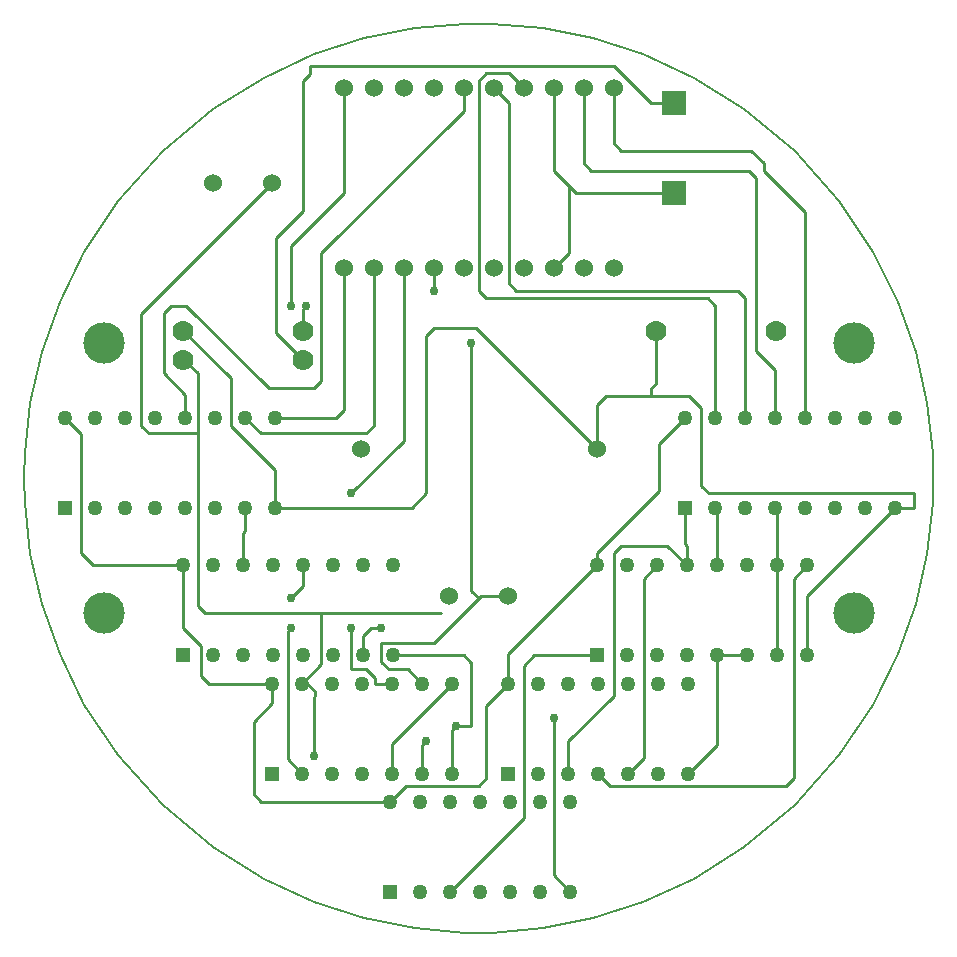
<source format=gbr>
G04 PROTEUS GERBER X2 FILE*
%TF.GenerationSoftware,Labcenter,Proteus,8.13-SP0-Build31525*%
%TF.CreationDate,2022-10-12T09:32:55+00:00*%
%TF.FileFunction,Copper,L2,Bot*%
%TF.FilePolarity,Positive*%
%TF.Part,Single*%
%TF.SameCoordinates,{96deeafe-a607-4606-be7e-3443a3b47cd9}*%
%FSLAX45Y45*%
%MOMM*%
G01*
%TA.AperFunction,Conductor*%
%ADD10C,0.254000*%
%TA.AperFunction,ViaPad*%
%ADD11C,0.762000*%
%TA.AperFunction,ComponentPad*%
%ADD12C,1.524000*%
%TA.AperFunction,ComponentPad*%
%ADD13C,1.778000*%
%TA.AperFunction,ComponentPad*%
%ADD14R,1.270000X1.270000*%
%ADD15C,1.270000*%
%TA.AperFunction,OtherPad,Unknown*%
%ADD16C,3.500000*%
%TA.AperFunction,ComponentPad*%
%ADD17R,2.032000X2.032000*%
%TA.AperFunction,Profile*%
%ADD18C,0.203110*%
%TD.AperFunction*%
D10*
X-2484000Y+512000D02*
X-2484000Y+706000D01*
X-2667000Y+889000D01*
X-2667000Y+1397000D01*
X-2603500Y+1460500D01*
X-2476500Y+1460500D01*
X-1778000Y+762000D01*
X-1397000Y+762000D01*
X-1333500Y+825500D01*
X-1333500Y+1905000D01*
X-127000Y+3111500D01*
X-127000Y+3302000D01*
X-381000Y+1587500D02*
X-381000Y+1778000D01*
X-1976000Y+512000D02*
X-1845000Y+381000D01*
X-952500Y+381000D01*
X-889000Y+444500D01*
X-889000Y+1778000D01*
X-1722000Y+512000D02*
X-1206500Y+512000D01*
X-1143000Y+575500D01*
X-1143000Y+1778000D01*
X-1587500Y+1460500D02*
X-1587500Y+1968500D01*
X-1143000Y+2413000D01*
X-1143000Y+3302000D01*
X+635000Y+3302000D02*
X+635000Y+2603500D01*
X+762000Y+2476500D01*
X+635000Y+1778000D02*
X+762000Y+1905000D01*
X+762000Y+2476500D01*
X+1651000Y+2413000D02*
X+825500Y+2413000D01*
X+762000Y+2476500D01*
X-635000Y+1778000D02*
X-635000Y+317500D01*
X-1079500Y-127000D01*
X-734000Y-1738000D02*
X-881349Y-1738000D01*
X-881349Y-1690151D01*
X-952500Y-1619000D01*
X-1079500Y-1619000D01*
X-1079500Y-1270000D01*
X+1508000Y-738000D02*
X+1397000Y-849000D01*
X+1397000Y-2369000D01*
X+1266000Y-2500000D01*
X+2512000Y+512000D02*
X+2512000Y+917000D01*
X+2349500Y+1079500D01*
X+2349500Y+2540000D01*
X+2286000Y+2603500D01*
X+952500Y+2603500D01*
X+889000Y+2667000D01*
X+889000Y+3302000D01*
X+1762000Y-738000D02*
X+1595500Y-571500D01*
X+1206500Y-571500D01*
X+1143000Y-635000D01*
X+1143000Y-1841500D01*
X+758000Y-2226500D01*
X+758000Y-2500000D01*
X+1762000Y-738000D02*
X+1762000Y-571500D01*
X+1750000Y-559500D01*
X+1750000Y-250000D01*
X+2766000Y+512000D02*
X+2766000Y+2250500D01*
X+2413000Y+2603500D01*
X+2413000Y+2667000D01*
X+2307693Y+2772307D01*
X+1206500Y+2772307D01*
X+1143000Y+2835807D01*
X+1143000Y+3302000D01*
X+2016000Y-738000D02*
X+2016000Y-262000D01*
X+2004000Y-250000D01*
X+571500Y+3492500D02*
X+1143000Y+3492500D01*
X+1460500Y+3175000D01*
X+1651000Y+3175000D01*
X+2512000Y-250000D02*
X+2524000Y-262000D01*
X+2524000Y-738000D01*
X-1484000Y+1000000D02*
X-1714500Y+1230500D01*
X-1714500Y+2032000D01*
X-1484000Y+2262500D01*
X-1484000Y+2667000D01*
X+2524000Y-1500000D02*
X+2524000Y-738000D01*
X-1484000Y+2667000D02*
X-1484000Y+3365500D01*
X-1428500Y+3421000D01*
X-1428500Y+3492500D01*
X+571500Y+3492500D01*
X+2004000Y+512000D02*
X+2004000Y+1460500D01*
X+1940500Y+1524000D01*
X+63500Y+1524000D01*
X+0Y+1587500D01*
X+0Y+3365500D01*
X+63500Y+3429000D01*
X+254000Y+3429000D01*
X+381000Y+3302000D01*
X+2258000Y+512000D02*
X+2258000Y+1524000D01*
X+2194500Y+1587500D01*
X+317500Y+1587500D01*
X+254000Y+1651000D01*
X+254000Y+3175000D01*
X+127000Y+3302000D01*
X-1992000Y-738000D02*
X-1992000Y-460500D01*
X-1976000Y-444500D01*
X-1976000Y-250000D01*
X-1587500Y-1270000D02*
X-1617000Y-1299500D01*
X-1617000Y-2379000D01*
X-1496000Y-2500000D01*
X-1484000Y-738000D02*
X-1484000Y-912500D01*
X-1587500Y-1016000D01*
X-444500Y-2222500D02*
X-480000Y-2258000D01*
X-480000Y-2500000D01*
X+1012000Y-2500000D02*
X+1115500Y-2603500D01*
X+2603500Y-2603500D01*
X+2667000Y-2540000D01*
X+2667000Y-849000D01*
X+2778000Y-738000D01*
X+1000000Y-1500000D02*
X+468500Y-1500000D01*
X+381000Y-1587500D01*
X+381000Y-2877000D01*
X-242000Y-3500000D01*
X-825500Y-1270000D02*
X-912500Y-1270000D01*
X-976000Y-1333500D01*
X-976000Y-1500000D01*
X-226000Y-1738000D02*
X-734000Y-2246000D01*
X-734000Y-2500000D01*
X-1496000Y-1738000D02*
X-1452849Y-1738000D01*
X-1389349Y-1801500D01*
X-1389349Y-1841500D01*
X-1397000Y-1849151D01*
X-1397000Y-2349500D01*
X-1496000Y-1738000D02*
X-1333500Y-1575500D01*
X-1333500Y-1143000D01*
X-2381000Y+381000D02*
X-2794000Y+381000D01*
X-2857500Y+444500D01*
X-2857500Y+1392500D01*
X-1750000Y+2500000D01*
X-2381000Y+381000D02*
X-2381000Y+889000D01*
X-2500000Y+1008000D01*
X-2500000Y+1000000D01*
X-1206500Y-1143000D02*
X-317500Y-1143000D01*
X-1333500Y-1143000D02*
X-1587500Y-1143000D01*
X-1206500Y-1143000D02*
X-1333500Y-1143000D01*
X-1587500Y-1143000D02*
X-2317500Y-1143000D01*
X-2381000Y-1079500D01*
X-2381000Y+381000D01*
X+0Y-1016000D02*
X-381000Y-1397000D01*
X-825500Y-1397000D01*
X-825500Y-1555500D01*
X-762000Y-1619000D01*
X-599000Y-1619000D01*
X-480000Y-1738000D01*
X+0Y-1016000D02*
X+16000Y-1000000D01*
X+250000Y-1000000D01*
X+0Y-1016000D02*
X-63500Y-952500D01*
X-63500Y+1143000D01*
X-1460500Y+1460500D02*
X-1484000Y+1437000D01*
X-1484000Y+1250000D01*
X-1722000Y-250000D02*
X-567500Y-250000D01*
X-444500Y-127000D01*
X-444500Y+1206500D01*
X-381000Y+1270000D01*
X-20000Y+1270000D01*
X+1000000Y+250000D01*
X+3528000Y-250000D02*
X+3683000Y-250000D01*
X+3683000Y-127000D01*
X+1946500Y-127000D01*
X+1883000Y-63500D01*
X+1883000Y+593500D01*
X+1778000Y+698500D01*
X+1460500Y+698500D01*
X-2500000Y+1250000D02*
X-2095500Y+845500D01*
X-2095500Y+444500D01*
X-1722000Y+71000D01*
X-1722000Y-250000D01*
X+3528000Y-250000D02*
X+2778000Y-1000000D01*
X+2778000Y-1500000D01*
X-63500Y-2095500D02*
X-63500Y-1563500D01*
X-127000Y-1500000D01*
X-722000Y-1500000D01*
X+1000000Y+250000D02*
X+1000000Y+619000D01*
X+1079500Y+698500D01*
X+1460500Y+698500D01*
X+1460500Y+762000D01*
X+1500000Y+801500D01*
X+1500000Y+1250000D01*
X+2016000Y-1500000D02*
X+2016000Y-2258000D01*
X+1774000Y-2500000D01*
X+774000Y-3500000D02*
X+635000Y-3361000D01*
X+635000Y-2032000D01*
X-190500Y-2095500D02*
X-226000Y-2131000D01*
X-226000Y-2500000D01*
X+2016000Y-1500000D02*
X+2270000Y-1500000D01*
X-63500Y-2095500D02*
X-190500Y-2095500D01*
X-2500000Y-738000D02*
X-3262500Y-738000D01*
X-3365500Y-635000D01*
X-3365500Y+377500D01*
X-3500000Y+512000D01*
X-1750000Y-1738000D02*
X-1750000Y-1905000D01*
X-1905000Y-2060000D01*
X-1905000Y-2674500D01*
X-1841500Y-2738000D01*
X-750000Y-2738000D01*
X+250000Y-1738000D02*
X+63500Y-1924500D01*
X+63500Y-2540000D01*
X+0Y-2603500D01*
X-615500Y-2603500D01*
X-750000Y-2738000D01*
X+1000000Y-738000D02*
X+1000000Y-635000D01*
X+1524000Y-111000D01*
X+1524000Y+286000D01*
X+1750000Y+512000D01*
X+1000000Y-738000D02*
X+250000Y-1488000D01*
X+250000Y-1738000D01*
X-2500000Y-738000D02*
X-2500000Y-1270000D01*
X-2349500Y-1420500D01*
X-2349500Y-1674500D01*
X-2286000Y-1738000D01*
X-1750000Y-1738000D01*
D11*
X-381000Y+1587500D03*
X-1587500Y+1460500D03*
X-1079500Y-127000D03*
X-1079500Y-1270000D03*
X-1587500Y-1270000D03*
X-1587500Y-1016000D03*
X-444500Y-2222500D03*
X-825500Y-1270000D03*
X-1397000Y-2349500D03*
X-63500Y+1143000D03*
X-1460500Y+1460500D03*
X+635000Y-2032000D03*
X-190500Y-2095500D03*
D12*
X-1143000Y+1778000D03*
X-889000Y+1778000D03*
X-381000Y+1778000D03*
X-127000Y+1778000D03*
X-127000Y+3302000D03*
X-381000Y+3302000D03*
X-889000Y+3302000D03*
X-1143000Y+3302000D03*
X-635000Y+1778000D03*
X-635000Y+3302000D03*
X+127000Y+1778000D03*
X+381000Y+1778000D03*
X+889000Y+1778000D03*
X+1143000Y+1778000D03*
X+1143000Y+3302000D03*
X+889000Y+3302000D03*
X+381000Y+3302000D03*
X+127000Y+3302000D03*
X+635000Y+1778000D03*
X+635000Y+3302000D03*
D13*
X-2500000Y+1250000D03*
X-1484000Y+1250000D03*
X-2500000Y+1000000D03*
X-1484000Y+1000000D03*
X+1500000Y+1250000D03*
X+2516000Y+1250000D03*
D14*
X+1750000Y-250000D03*
D15*
X+2004000Y-250000D03*
X+2258000Y-250000D03*
X+2512000Y-250000D03*
X+2766000Y-250000D03*
X+3020000Y-250000D03*
X+3274000Y-250000D03*
X+3528000Y-250000D03*
X+3528000Y+512000D03*
X+3274000Y+512000D03*
X+3020000Y+512000D03*
X+2766000Y+512000D03*
X+2512000Y+512000D03*
X+2258000Y+512000D03*
X+2004000Y+512000D03*
X+1750000Y+512000D03*
D14*
X-3500000Y-250000D03*
D15*
X-3246000Y-250000D03*
X-2992000Y-250000D03*
X-2738000Y-250000D03*
X-2484000Y-250000D03*
X-2230000Y-250000D03*
X-1976000Y-250000D03*
X-1722000Y-250000D03*
X-1722000Y+512000D03*
X-1976000Y+512000D03*
X-2230000Y+512000D03*
X-2484000Y+512000D03*
X-2738000Y+512000D03*
X-2992000Y+512000D03*
X-3246000Y+512000D03*
X-3500000Y+512000D03*
D14*
X+1000000Y-1500000D03*
D15*
X+1254000Y-1500000D03*
X+1508000Y-1500000D03*
X+1762000Y-1500000D03*
X+2016000Y-1500000D03*
X+2270000Y-1500000D03*
X+2524000Y-1500000D03*
X+2778000Y-1500000D03*
X+2778000Y-738000D03*
X+2524000Y-738000D03*
X+2270000Y-738000D03*
X+2016000Y-738000D03*
X+1762000Y-738000D03*
X+1508000Y-738000D03*
X+1254000Y-738000D03*
X+1000000Y-738000D03*
D14*
X-2500000Y-1500000D03*
D15*
X-2246000Y-1500000D03*
X-1992000Y-1500000D03*
X-1738000Y-1500000D03*
X-1484000Y-1500000D03*
X-1230000Y-1500000D03*
X-976000Y-1500000D03*
X-722000Y-1500000D03*
X-722000Y-738000D03*
X-976000Y-738000D03*
X-1230000Y-738000D03*
X-1484000Y-738000D03*
X-1738000Y-738000D03*
X-1992000Y-738000D03*
X-2246000Y-738000D03*
X-2500000Y-738000D03*
D14*
X-1750000Y-2500000D03*
D15*
X-1496000Y-2500000D03*
X-1242000Y-2500000D03*
X-988000Y-2500000D03*
X-734000Y-2500000D03*
X-480000Y-2500000D03*
X-226000Y-2500000D03*
X-226000Y-1738000D03*
X-480000Y-1738000D03*
X-734000Y-1738000D03*
X-988000Y-1738000D03*
X-1242000Y-1738000D03*
X-1496000Y-1738000D03*
X-1750000Y-1738000D03*
D14*
X+250000Y-2500000D03*
D15*
X+504000Y-2500000D03*
X+758000Y-2500000D03*
X+1012000Y-2500000D03*
X+1266000Y-2500000D03*
X+1520000Y-2500000D03*
X+1774000Y-2500000D03*
X+1774000Y-1738000D03*
X+1520000Y-1738000D03*
X+1266000Y-1738000D03*
X+1012000Y-1738000D03*
X+758000Y-1738000D03*
X+504000Y-1738000D03*
X+250000Y-1738000D03*
D14*
X-750000Y-3500000D03*
D15*
X-496000Y-3500000D03*
X-242000Y-3500000D03*
X+12000Y-3500000D03*
X+266000Y-3500000D03*
X+520000Y-3500000D03*
X+774000Y-3500000D03*
X+774000Y-2738000D03*
X+520000Y-2738000D03*
X+266000Y-2738000D03*
X+12000Y-2738000D03*
X-242000Y-2738000D03*
X-496000Y-2738000D03*
X-750000Y-2738000D03*
D16*
X-3175000Y+1143000D03*
X-3175000Y-1143000D03*
X+3175000Y+1143000D03*
X+3175000Y-1143000D03*
D17*
X+1651000Y+2413000D03*
X+1651000Y+3175000D03*
D12*
X-1000000Y+250000D03*
X+1000000Y+250000D03*
X-2250000Y+2500000D03*
X-1750000Y+2500000D03*
X-250000Y-1000000D03*
X+250000Y-1000000D03*
D18*
X+3850000Y+0D02*
X+3844096Y+213142D01*
X+3796529Y+639427D01*
X+3699562Y+1065712D01*
X+3549147Y+1491997D01*
X+3338067Y+1918282D01*
X+3053769Y+2344567D01*
X+2673870Y+2770003D01*
X+2247585Y+3125838D01*
X+1821300Y+3391956D01*
X+1395015Y+3588375D01*
X+968730Y+3726132D01*
X+542445Y+3811595D01*
X+116160Y+3848247D01*
X+0Y+3850000D01*
X-3850000Y+0D02*
X-3844096Y+213142D01*
X-3796529Y+639427D01*
X-3699562Y+1065712D01*
X-3549147Y+1491997D01*
X-3338067Y+1918282D01*
X-3053769Y+2344567D01*
X-2673870Y+2770003D01*
X-2247585Y+3125838D01*
X-1821300Y+3391956D01*
X-1395015Y+3588375D01*
X-968730Y+3726132D01*
X-542445Y+3811595D01*
X-116160Y+3848247D01*
X+0Y+3850000D01*
X-3850000Y+0D02*
X-3844096Y-213142D01*
X-3796529Y-639427D01*
X-3699562Y-1065712D01*
X-3549147Y-1491997D01*
X-3338067Y-1918282D01*
X-3053769Y-2344567D01*
X-2673870Y-2770003D01*
X-2247585Y-3125838D01*
X-1821300Y-3391956D01*
X-1395015Y-3588375D01*
X-968730Y-3726132D01*
X-542445Y-3811595D01*
X-116160Y-3848247D01*
X+0Y-3850000D01*
X+3850000Y+0D02*
X+3844096Y-213142D01*
X+3796529Y-639427D01*
X+3699562Y-1065712D01*
X+3549147Y-1491997D01*
X+3338067Y-1918282D01*
X+3053769Y-2344567D01*
X+2673870Y-2770003D01*
X+2247585Y-3125838D01*
X+1821300Y-3391956D01*
X+1395015Y-3588375D01*
X+968730Y-3726132D01*
X+542445Y-3811595D01*
X+116160Y-3848247D01*
X+0Y-3850000D01*
M02*

</source>
